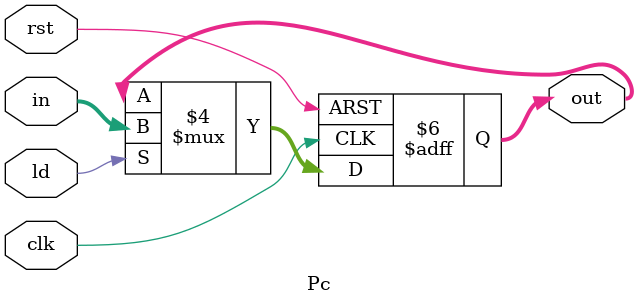
<source format=v>
module Pc (in, ld, clk, rst, out);
input [31:0] in; 
input clk, rst, ld; 
output reg [31:0] out;

    always @(posedge clk , posedge rst ) begin
        if (rst == 1'b1)
            out <= 32'b0;
        else if (ld == 1'b1)
            out <= in;
    end
endmodule

</source>
